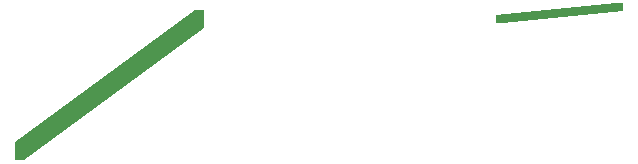
<source format=gbr>
*
%FSLAX23Y23*%
%MOIN*%
%ADD10R,0.025X0.025*%
%ADD11R,0.03X0.06*%
%IPPOS*%
%LNtest_rect.gbr*%
%LPD*%
G75*
G54D10*
X04000Y00100D02*
X04400Y00140D01*
G54D11*
X03000Y00100D02*
X02400Y-00340D01*
M02*

</source>
